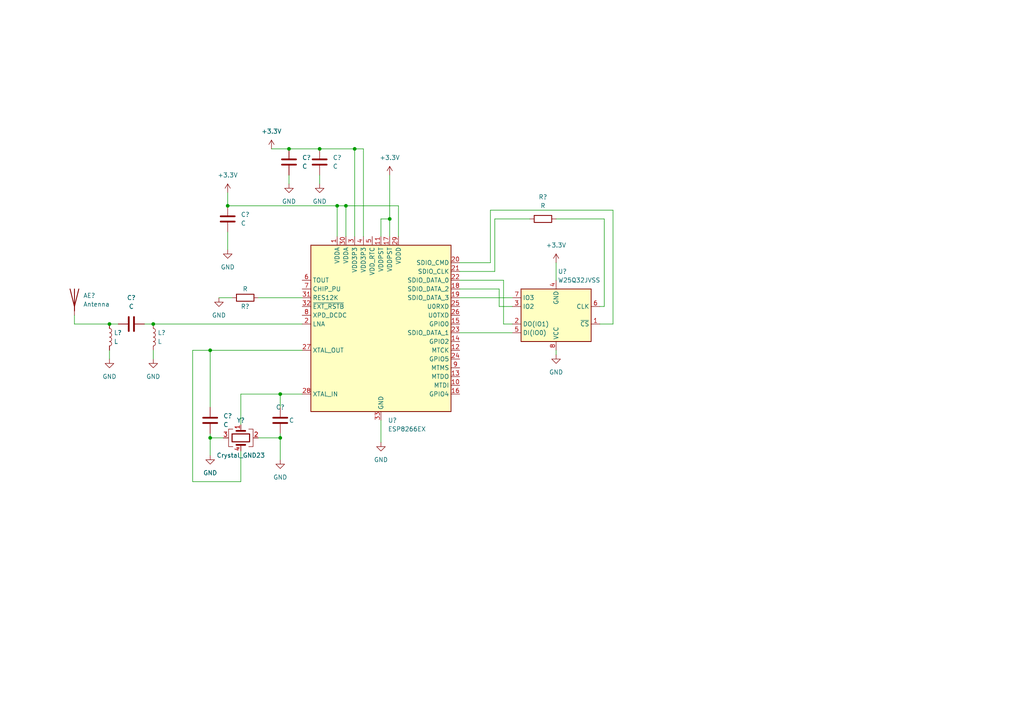
<source format=kicad_sch>
(kicad_sch (version 20211123) (generator eeschema)
  (paper "A4")
  (lib_symbols
    (symbol "Device:Antenna" (pin_numbers hide) (pin_names (offset 1.016) hide)
      (property "Reference" "AE" (at -1.905 1.905 0))
      (property "Value" "Antenna" (at -1.905 0 0))
      (symbol "Antenna_0_1"
        (polyline (pts (xy 0 2.54) (xy 0 -3.81)) (stroke (width 0.254)))
        (polyline (pts (xy 1.27 2.54) (xy 0 -2.54) (xy -1.27 2.54)) (stroke (width 0.254)))
      )
      (symbol "Antenna_1_1"
        (pin input line (at 0 -5.08 90) (length 2.54) (name "A") (number "1"))
      )
    )
    (symbol "Device:C" (pin_numbers hide) (pin_names (offset 0.254))
      (property "Reference" "C" (at 0.635 2.54 0))
      (property "Value" "C" (at 0.635 -2.54 0))
      (symbol "C_0_1"
        (polyline (pts (xy -2.032 -0.762) (xy 2.032 -0.762)) (stroke (width 0.508)))
        (polyline (pts (xy -2.032 0.762) (xy 2.032 0.762)) (stroke (width 0.508)))
      )
      (symbol "C_1_1"
        (pin passive line (at 0 3.81 270) (length 2.794) (name "~") (number "1"))
        (pin passive line (at 0 -3.81 90) (length 2.794) (name "~") (number "2"))
      )
    )
    (symbol "Device:Crystal_GND23" (pin_names (offset 1.016) hide)
      (property "Reference" "Y" (at 3.175 5.08 0))
      (property "Value" "Crystal_GND23" (at 3.175 3.175 0))
      (symbol "Crystal_GND23_0_1"
        (rectangle (start -1.143 2.54) (end 1.143 -2.54) (stroke (width 0.3048)))
        (polyline (pts (xy -2.54 0) (xy -2.032 0)))
        (polyline (pts (xy -2.032 -1.27) (xy -2.032 1.27)) (stroke (width 0.508)))
        (polyline (pts (xy 0 -3.81) (xy 0 -3.556)))
        (polyline (pts (xy 0 3.556) (xy 0 3.81)))
        (polyline (pts (xy 2.032 -1.27) (xy 2.032 1.27)) (stroke (width 0.508)))
        (polyline (pts (xy 2.032 0) (xy 2.54 0)))
        (polyline (pts (xy -2.54 -2.286) (xy -2.54 -3.556) (xy 2.54 -3.556) (xy 2.54 -2.286)))
        (polyline (pts (xy -2.54 2.286) (xy -2.54 3.556) (xy 2.54 3.556) (xy 2.54 2.286)))
      )
      (symbol "Crystal_GND23_1_1"
        (pin passive line (at -3.81 0 0) (length 1.27) (name "1") (number "1"))
        (pin passive line (at 0 5.08 270) (length 1.27) (name "2") (number "2"))
        (pin passive line (at 0 -5.08 90) (length 1.27) (name "3") (number "3"))
        (pin passive line (at 3.81 0 180) (length 1.27) (name "4") (number "4"))
      )
    )
    (symbol "Device:L" (pin_numbers hide) (pin_names (offset 1.016) hide)
      (property "Reference" "L" (at -1.27 0 90))
      (property "Value" "L" (at 1.905 0 90))
      (symbol "L_0_1"
        (arc (start 0 -2.54) (mid 0.635 -1.905) (end 0 -1.27))
        (arc (start 0 -1.27) (mid 0.635 -0.635) (end 0 0))
        (arc (start 0 0) (mid 0.635 0.635) (end 0 1.27))
        (arc (start 0 1.27) (mid 0.635 1.905) (end 0 2.54))
      )
      (symbol "L_1_1"
        (pin passive line (at 0 3.81 270) (length 1.27) (name "1") (number "1"))
        (pin passive line (at 0 -3.81 90) (length 1.27) (name "2") (number "2"))
      )
    )
    (symbol "Device:R" (pin_numbers hide) (pin_names (offset 0))
      (property "Reference" "R" (at 2.032 0 90))
      (property "Value" "R" (at 0 0 90))
      (symbol "R_0_1"
        (rectangle (start -1.016 -2.54) (end 1.016 2.54) (stroke (width 0.254)))
      )
      (symbol "R_1_1"
        (pin passive line (at 0 3.81 270) (length 1.27) (name "~") (number "1"))
        (pin passive line (at 0 -3.81 90) (length 1.27) (name "~") (number "2"))
      )
    )
    (symbol "MCU_Espressif:ESP8266EX"
      (property "Reference" "U" (at 0 2.54 0))
      (property "Value" "ESP8266EX" (at 0 -2.54 0))
      (symbol "ESP8266EX_0_1"
        (rectangle (start -20.32 22.86) (end 20.32 -25.4) (stroke (width 0.254)) (fill (type background)))
      )
      (symbol "ESP8266EX_1_1"
        (pin power_in line (at -12.7 25.4 270) (length 2.54) (name "VDDA") (number "1"))
        (pin bidirectional line (at 22.86 -17.78 180) (length 2.54) (name "MTDI") (number "10"))
        (pin power_in line (at 0 25.4 270) (length 2.54) (name "VDDPST") (number "11"))
        (pin bidirectional line (at 22.86 -7.62 180) (length 2.54) (name "MTCK") (number "12"))
        (pin bidirectional line (at 22.86 -15.24 180) (length 2.54) (name "MTDO") (number "13"))
        (pin bidirectional line (at 22.86 -5.08 180) (length 2.54) (name "GPIO2") (number "14"))
        (pin bidirectional line (at 22.86 0 180) (length 2.54) (name "GPIO0") (number "15"))
        (pin bidirectional line (at 22.86 -20.32 180) (length 2.54) (name "GPIO4") (number "16"))
        (pin power_in line (at 2.54 25.4 270) (length 2.54) (name "VDDPST") (number "17"))
        (pin bidirectional line (at 22.86 10.16 180) (length 2.54) (name "SDIO_DATA_2") (number "18"))
        (pin bidirectional line (at 22.86 7.62 180) (length 2.54) (name "SDIO_DATA_3") (number "19"))
        (pin bidirectional line (at -22.86 0 0) (length 2.54) (name "LNA") (number "2"))
        (pin bidirectional line (at 22.86 17.78 180) (length 2.54) (name "SDIO_CMD") (number "20"))
        (pin bidirectional line (at 22.86 15.24 180) (length 2.54) (name "SDIO_CLK") (number "21"))
        (pin bidirectional line (at 22.86 12.7 180) (length 2.54) (name "SDIO_DATA_0") (number "22"))
        (pin bidirectional line (at 22.86 -2.54 180) (length 2.54) (name "SDIO_DATA_1") (number "23"))
        (pin bidirectional line (at 22.86 -10.16 180) (length 2.54) (name "GPIO5") (number "24"))
        (pin bidirectional line (at 22.86 5.08 180) (length 2.54) (name "U0RXD") (number "25"))
        (pin bidirectional line (at 22.86 2.54 180) (length 2.54) (name "U0TXD") (number "26"))
        (pin bidirectional line (at -22.86 -7.62 0) (length 2.54) (name "XTAL_OUT") (number "27"))
        (pin bidirectional line (at -22.86 -20.32 0) (length 2.54) (name "XTAL_IN") (number "28"))
        (pin power_in line (at 5.08 25.4 270) (length 2.54) (name "VDDD") (number "29"))
        (pin power_in line (at -7.62 25.4 270) (length 2.54) (name "VDD3P3") (number "3"))
        (pin power_in line (at -10.16 25.4 270) (length 2.54) (name "VDDA") (number "30"))
        (pin input line (at -22.86 7.62 0) (length 2.54) (name "RES12K") (number "31"))
        (pin input line (at -22.86 5.08 0) (length 2.54) (name "~{EXT_RSTB}") (number "32"))
        (pin power_in line (at 0 -27.94 90) (length 2.54) (name "GND") (number "33"))
        (pin power_in line (at -5.08 25.4 270) (length 2.54) (name "VDD3P3") (number "4"))
        (pin power_in line (at -2.54 25.4 270) (length 2.54) (name "VDD_RTC") (number "5"))
        (pin input line (at -22.86 12.7 0) (length 2.54) (name "TOUT") (number "6"))
        (pin input line (at -22.86 10.16 0) (length 2.54) (name "CHIP_PU") (number "7"))
        (pin bidirectional line (at -22.86 2.54 0) (length 2.54) (name "XPD_DCDC") (number "8"))
        (pin bidirectional line (at 22.86 -12.7 180) (length 2.54) (name "MTMS") (number "9"))
      )
    )
    (symbol "Memory_Flash:W25Q32JVSS"
      (property "Reference" "U" (at -8.89 8.89 0))
      (property "Value" "W25Q32JVSS" (at 7.62 8.89 0))
      (symbol "W25Q32JVSS_0_1"
        (rectangle (start -10.16 7.62) (end 10.16 -7.62) (stroke (width 0.254)) (fill (type background)))
      )
      (symbol "W25Q32JVSS_1_1"
        (pin input line (at -12.7 2.54 0) (length 2.54) (name "~{CS}") (number "1"))
        (pin bidirectional line (at 12.7 2.54 180) (length 2.54) (name "DO(IO1)") (number "2"))
        (pin bidirectional line (at 12.7 -2.54 180) (length 2.54) (name "IO2") (number "3"))
        (pin power_in line (at 0 -10.16 90) (length 2.54) (name "GND") (number "4"))
        (pin bidirectional line (at 12.7 5.08 180) (length 2.54) (name "DI(IO0)") (number "5"))
        (pin input line (at -12.7 -2.54 0) (length 2.54) (name "CLK") (number "6"))
        (pin bidirectional line (at 12.7 -5.08 180) (length 2.54) (name "IO3") (number "7"))
        (pin power_in line (at 0 10.16 270) (length 2.54) (name "VCC") (number "8"))
      )
    )
    (symbol "power:+3.3V" (power) (pin_names (offset 0))
      (property "Value" "+3.3V" (at 0 3.556 0))
      (symbol "+3.3V_0_1"
        (polyline (pts (xy -0.762 1.27) (xy 0 2.54)))
        (polyline (pts (xy 0 0) (xy 0 2.54)))
        (polyline (pts (xy 0 2.54) (xy 0.762 1.27)))
      )
      (symbol "+3.3V_1_1"
        (pin power_in line (at 0 0 90) (length 0) hide (name "+3.3V") (number "1"))
      )
    )
    (symbol "power:GND" (power) (pin_names (offset 0))
      (property "Value" "GND" (at 0 -3.81 0))
      (symbol "GND_0_1"
        (polyline (pts (xy 0 0) (xy 0 -1.27) (xy 1.27 -1.27) (xy 0 -2.54) (xy -1.27 -1.27) (xy 0 -1.27)))
      )
      (symbol "GND_1_1"
        (pin power_in line (at 0 0 270) (length 0) hide (name "GND") (number "1"))
      )
    )
  )
  (junction (at 60.96 127))
  (junction (at 81.28 114.3))
  (junction (at 92.71 43.18))
  (junction (at 60.96 101.6))
  (junction (at 66.04 59.69))
  (junction (at 44.45 93.98))
  (junction (at 102.87 43.18))
  (junction (at 83.82 43.18))
  (junction (at 113.03 63.5))
  (junction (at 97.79 59.69))
  (junction (at 100.33 59.69))
  (junction (at 31.75 93.98))
  (junction (at 81.28 127))
  (wire (pts (xy 83.82 43.18) (xy 92.71 43.18)))
  (wire (pts (xy 143.51 63.5) (xy 143.51 78.74)))
  (wire (pts (xy 142.24 76.2) (xy 142.24 60.96)))
  (wire (pts (xy 81.28 114.3) (xy 81.28 118.11)))
  (wire (pts (xy 83.82 50.8) (xy 83.82 53.34)))
  (wire (pts (xy 74.93 127) (xy 81.28 127)))
  (wire (pts (xy 146.05 81.28) (xy 146.05 93.98)))
  (wire (pts (xy 60.96 127) (xy 64.77 127)))
  (wire (pts (xy 177.8 60.96) (xy 177.8 93.98)))
  (wire (pts (xy 81.28 127) (xy 81.28 133.35)))
  (wire (pts (xy 146.05 81.28) (xy 133.35 81.28)))
  (wire (pts (xy 60.96 101.6) (xy 60.96 118.11)))
  (wire (pts (xy 110.49 63.5) (xy 113.03 63.5)))
  (wire (pts (xy 66.04 59.69) (xy 97.79 59.69)))
  (wire (pts (xy 69.85 123.19) (xy 69.85 114.3)))
  (wire (pts (xy 78.74 43.18) (xy 83.82 43.18)))
  (wire (pts (xy 66.04 67.31) (xy 66.04 72.39)))
  (wire (pts (xy 81.28 125.73) (xy 81.28 127)))
  (wire (pts (xy 173.99 93.98) (xy 177.8 93.98)))
  (wire (pts (xy 142.24 60.96) (xy 177.8 60.96)))
  (wire (pts (xy 161.29 101.6) (xy 161.29 102.87)))
  (wire (pts (xy 55.88 101.6) (xy 55.88 139.7)))
  (wire (pts (xy 175.26 63.5) (xy 175.26 88.9)))
  (wire (pts (xy 34.29 93.98) (xy 31.75 93.98)))
  (wire (pts (xy 100.33 59.69) (xy 97.79 59.69)))
  (wire (pts (xy 69.85 114.3) (xy 81.28 114.3)))
  (wire (pts (xy 44.45 101.6) (xy 44.45 104.14)))
  (wire (pts (xy 133.35 96.52) (xy 148.59 96.52)))
  (wire (pts (xy 81.28 114.3) (xy 87.63 114.3)))
  (wire (pts (xy 66.04 55.88) (xy 66.04 59.69)))
  (wire (pts (xy 69.85 130.81) (xy 69.85 139.7)))
  (wire (pts (xy 105.41 43.18) (xy 102.87 43.18)))
  (wire (pts (xy 143.51 78.74) (xy 133.35 78.74)))
  (wire (pts (xy 133.35 86.36) (xy 148.59 86.36)))
  (wire (pts (xy 105.41 68.58) (xy 105.41 43.18)))
  (wire (pts (xy 133.35 76.2) (xy 142.24 76.2)))
  (wire (pts (xy 60.96 101.6) (xy 87.63 101.6)))
  (wire (pts (xy 44.45 93.98) (xy 87.63 93.98)))
  (wire (pts (xy 21.59 93.98) (xy 21.59 91.44)))
  (wire (pts (xy 153.67 63.5) (xy 143.51 63.5)))
  (wire (pts (xy 74.93 86.36) (xy 87.63 86.36)))
  (wire (pts (xy 100.33 68.58) (xy 100.33 59.69)))
  (wire (pts (xy 31.75 101.6) (xy 31.75 104.14)))
  (wire (pts (xy 55.88 101.6) (xy 60.96 101.6)))
  (wire (pts (xy 161.29 76.2) (xy 161.29 81.28)))
  (wire (pts (xy 115.57 59.69) (xy 115.57 68.58)))
  (wire (pts (xy 41.91 93.98) (xy 44.45 93.98)))
  (wire (pts (xy 97.79 59.69) (xy 97.79 68.58)))
  (wire (pts (xy 69.85 139.7) (xy 55.88 139.7)))
  (wire (pts (xy 113.03 50.8) (xy 113.03 63.5)))
  (wire (pts (xy 102.87 43.18) (xy 102.87 68.58)))
  (wire (pts (xy 148.59 93.98) (xy 146.05 93.98)))
  (wire (pts (xy 100.33 59.69) (xy 115.57 59.69)))
  (wire (pts (xy 60.96 127) (xy 60.96 132.08)))
  (wire (pts (xy 144.78 83.82) (xy 144.78 88.9)))
  (wire (pts (xy 31.75 93.98) (xy 21.59 93.98)))
  (wire (pts (xy 173.99 88.9) (xy 175.26 88.9)))
  (wire (pts (xy 175.26 63.5) (xy 161.29 63.5)))
  (wire (pts (xy 92.71 50.8) (xy 92.71 53.34)))
  (wire (pts (xy 113.03 63.5) (xy 113.03 68.58)))
  (wire (pts (xy 144.78 83.82) (xy 133.35 83.82)))
  (wire (pts (xy 110.49 68.58) (xy 110.49 63.5)))
  (wire (pts (xy 148.59 88.9) (xy 144.78 88.9)))
  (wire (pts (xy 92.71 43.18) (xy 102.87 43.18)))
  (wire (pts (xy 60.96 125.73) (xy 60.96 127)))
  (wire (pts (xy 63.5 86.36) (xy 67.31 86.36)))
  (wire (pts (xy 110.49 121.92) (xy 110.49 128.27)))
  (symbol (lib_id "power:GND") (at 66.04 72.39 0) (unit 1)
    (property "Reference" "#PWR?" (effects hide))
    (property "Value" "GND" (at 66.04 77.47 0))
  )
  (symbol (lib_id "power:GND") (at 81.28 133.35 0) (unit 1)
    (property "Reference" "#PWR?" (effects hide))
    (property "Value" "GND" (at 81.28 138.43 0))
  )
  (symbol (lib_id "power:GND") (at 63.5 86.36 0) (unit 1)
    (property "Reference" "#PWR?" (effects hide))
    (property "Value" "GND" (at 63.5 91.44 0))
  )
  (symbol (lib_id "power:+3.3V") (at 66.04 55.88 0) (unit 1)
    (property "Reference" "#PWR?" (effects hide))
    (property "Value" "+3.3V" (at 66.04 50.8 0))
  )
  (symbol (lib_id "Device:Crystal_GND23") (at 69.85 127 270) (unit 1)
    (property "Reference" "Y?" (at 69.85 121.92 90))
    (property "Value" "Crystal_GND23" (at 69.85 132.08 90))
  )
  (symbol (lib_id "Device:C") (at 81.28 121.92 0) (unit 1)
    (property "Reference" "C?" (at 80.01 118.11 0) (effects (justify left)))
    (property "Value" "C" (at 83.82 121.92 0) (effects (justify left)))
  )
  (symbol (lib_id "power:GND") (at 92.71 53.34 0) (unit 1)
    (property "Reference" "#PWR?" (effects hide))
    (property "Value" "GND" (at 92.71 58.42 0))
  )
  (symbol (lib_id "power:GND") (at 161.29 102.87 0) (unit 1)
    (property "Reference" "#PWR?" (effects hide))
    (property "Value" "GND" (at 161.29 107.95 0))
  )
  (symbol (lib_id "MCU_Espressif:ESP8266EX") (at 110.49 93.98 0) (unit 1)
    (property "Reference" "U?" (at 112.5094 121.92 0) (effects (justify left)))
    (property "Value" "ESP8266EX" (at 112.5094 124.46 0) (effects (justify left)))
    (property "Footprint" "Package_DFN_QFN:QFN-32-1EP_5x5mm_P0.5mm_EP3.45x3.45mm" (effects hide))
    (property "Datasheet" "http://espressif.com/sites/default/files/documentation/0a-esp8266ex_datasheet_en.pdf" (effects hide))
  )
  (symbol (lib_id "Device:C") (at 60.96 121.92 0) (unit 1)
    (property "Reference" "C?" (at 64.77 120.6499 0) (effects (justify left)))
    (property "Value" "C" (at 64.77 123.1899 0) (effects (justify left)))
  )
  (symbol (lib_id "power:GND") (at 44.45 104.14 0) (unit 1)
    (property "Reference" "#PWR?" (effects hide))
    (property "Value" "GND" (at 44.45 109.22 0))
  )
  (symbol (lib_id "power:GND") (at 60.96 132.08 0) (unit 1)
    (property "Reference" "#PWR?" (effects hide))
    (property "Value" "GND" (at 60.96 137.16 0))
  )
  (symbol (lib_id "Device:C") (at 66.04 63.5 0) (unit 1)
    (property "Reference" "C?" (at 69.85 62.2299 0) (effects (justify left)))
    (property "Value" "C" (at 69.85 64.7699 0) (effects (justify left)))
  )
  (symbol (lib_id "Device:C") (at 83.82 46.99 0) (unit 1)
    (property "Reference" "C?" (at 87.63 45.7199 0) (effects (justify left)))
    (property "Value" "C" (at 87.63 48.2599 0) (effects (justify left)))
  )
  (symbol (lib_id "Device:L") (at 44.45 97.79 0) (unit 1)
    (property "Reference" "L?" (at 45.72 96.5199 0) (effects (justify left)))
    (property "Value" "L" (at 45.72 99.0599 0) (effects (justify left)))
  )
  (symbol (lib_id "power:+3.3V") (at 78.74 43.18 0) (unit 1)
    (property "Reference" "#PWR?" (effects hide))
    (property "Value" "+3.3V" (at 78.74 38.1 0))
  )
  (symbol (lib_id "Device:C") (at 38.1 93.98 270) (unit 1)
    (property "Reference" "C?" (at 38.1 86.36 90))
    (property "Value" "C" (at 38.1 88.9 90))
  )
  (symbol (lib_id "power:GND") (at 31.75 104.14 0) (unit 1)
    (property "Reference" "#PWR?" (effects hide))
    (property "Value" "GND" (at 31.75 109.22 0))
  )
  (symbol (lib_id "Device:R") (at 71.12 86.36 90) (unit 1)
    (property "Reference" "R?" (at 71.12 88.9 90))
    (property "Value" "R" (at 71.12 83.82 90))
  )
  (symbol (lib_id "power:GND") (at 110.49 128.27 0) (unit 1)
    (property "Reference" "#PWR?" (effects hide))
    (property "Value" "GND" (at 110.49 133.35 0))
  )
  (symbol (lib_id "Device:R") (at 157.48 63.5 90) (unit 1)
    (property "Reference" "R?" (at 157.48 57.15 90))
    (property "Value" "R" (at 157.48 59.69 90))
  )
  (symbol (lib_id "Device:C") (at 92.71 46.99 0) (unit 1)
    (property "Reference" "C?" (at 96.52 45.7199 0) (effects (justify left)))
    (property "Value" "C" (at 96.52 48.2599 0) (effects (justify left)))
  )
  (symbol (lib_id "power:+3.3V") (at 113.03 50.8 0) (unit 1)
    (property "Reference" "#PWR?" (effects hide))
    (property "Value" "+3.3V" (at 113.03 45.72 0))
  )
  (symbol (lib_id "Device:L") (at 31.75 97.79 0) (unit 1)
    (property "Reference" "L?" (at 33.02 96.5199 0) (effects (justify left)))
    (property "Value" "L" (at 33.02 99.0599 0) (effects (justify left)))
  )
  (symbol (lib_id "power:GND") (at 83.82 53.34 0) (unit 1)
    (property "Reference" "#PWR?" (effects hide))
    (property "Value" "GND" (at 83.82 58.42 0))
  )
  (symbol (lib_id "Memory_Flash:W25Q32JVSS") (at 161.29 91.44 180) (unit 1)
    (property "Reference" "U?" (at 161.8106 78.74 0) (effects (justify right)))
    (property "Value" "W25Q32JVSS" (at 161.8106 81.28 0) (effects (justify right)))
    (property "Footprint" "Package_SO:SOIC-8_5.23x5.23mm_P1.27mm" (effects hide))
    (property "Datasheet" "http://www.winbond.com/resource-files/w25q32jv%20revg%2003272018%20plus.pdf" (effects hide))
  )
  (symbol (lib_id "Device:Antenna") (at 21.59 86.36 0) (unit 1)
    (property "Reference" "AE?" (at 24.13 85.7249 0) (effects (justify left)))
    (property "Value" "Antenna" (at 24.13 88.2649 0) (effects (justify left)))
  )
  (symbol (lib_id "power:+3.3V") (at 161.29 76.2 0) (unit 1)
    (property "Reference" "#PWR?" (effects hide))
    (property "Value" "+3.3V" (at 161.29 71.12 0))
  )
)
</source>
